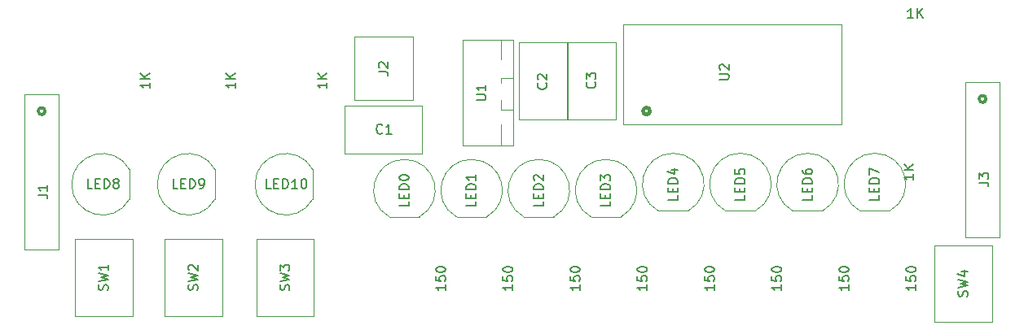
<source format=gbr>
G04 #@! TF.FileFunction,Other,Fab,Top*
%FSLAX46Y46*%
G04 Gerber Fmt 4.6, Leading zero omitted, Abs format (unit mm)*
G04 Created by KiCad (PCBNEW 4.0.1-3.201512221402+6198~38~ubuntu14.04.1-stable) date Mon 29 Aug 2016 05:19:24 PM PDT*
%MOMM*%
G01*
G04 APERTURE LIST*
%ADD10C,0.100000*%
%ADD11C,0.050000*%
%ADD12C,0.400000*%
%ADD13C,0.300000*%
%ADD14C,0.150000*%
G04 APERTURE END LIST*
D10*
D11*
X70586249Y-102226060D02*
G75*
G02X70588000Y-99122900I-2798249J1553160D01*
G01*
X70588000Y-102222900D02*
X70588000Y-99122900D01*
X79476249Y-102226060D02*
G75*
G02X79478000Y-99122900I-2798249J1553160D01*
G01*
X79478000Y-102222900D02*
X79478000Y-99122900D01*
X89636249Y-102226060D02*
G75*
G02X89638000Y-99122900I-2798249J1553160D01*
G01*
X89638000Y-102222900D02*
X89638000Y-99122900D01*
X97616068Y-104076149D02*
G75*
G02X100719228Y-104077900I1553160J2798249D01*
G01*
X97619228Y-104077900D02*
X100719228Y-104077900D01*
X104601068Y-104076149D02*
G75*
G02X107704228Y-104077900I1553160J2798249D01*
G01*
X104604228Y-104077900D02*
X107704228Y-104077900D01*
X111586068Y-104076149D02*
G75*
G02X114689228Y-104077900I1553160J2798249D01*
G01*
X111589228Y-104077900D02*
X114689228Y-104077900D01*
X118571068Y-104076149D02*
G75*
G02X121674228Y-104077900I1553160J2798249D01*
G01*
X118574228Y-104077900D02*
X121674228Y-104077900D01*
X125556068Y-103441149D02*
G75*
G02X128659228Y-103442900I1553160J2798249D01*
G01*
X125559228Y-103442900D02*
X128659228Y-103442900D01*
X139526068Y-103441149D02*
G75*
G02X142629228Y-103442900I1553160J2798249D01*
G01*
X139529228Y-103442900D02*
X142629228Y-103442900D01*
X146511068Y-103441149D02*
G75*
G02X149614228Y-103442900I1553160J2798249D01*
G01*
X146514228Y-103442900D02*
X149614228Y-103442900D01*
D12*
X124692210Y-93052900D02*
G75*
G03X124692210Y-93052900I-359210J0D01*
G01*
D11*
X121883000Y-84052900D02*
X144583000Y-84052900D01*
X144583000Y-94452900D02*
X144583000Y-84052900D01*
X121883000Y-94452900D02*
X144583000Y-94452900D01*
X121883000Y-94452900D02*
X121883000Y-84052900D01*
X109188000Y-87647900D02*
X109188000Y-85647900D01*
X109188000Y-89647900D02*
X110438000Y-89647900D01*
X109188000Y-90147900D02*
X109188000Y-89647900D01*
X109188000Y-92897900D02*
X110438000Y-92897900D01*
X109188000Y-92897900D02*
X109188000Y-91897900D01*
X109188000Y-96647900D02*
X109188000Y-94397900D01*
X110188000Y-96647900D02*
X110438000Y-96647900D01*
X110438000Y-96647900D02*
X110438000Y-85647900D01*
X105188000Y-85647900D02*
X110438000Y-85647900D01*
X105188000Y-96647900D02*
X105188000Y-85647900D01*
X105438000Y-96647900D02*
X105188000Y-96647900D01*
X110188000Y-96647900D02*
X105438000Y-96647900D01*
X154258000Y-115007900D02*
X160258000Y-115007900D01*
X154258000Y-107007900D02*
X154258000Y-115007900D01*
X160258000Y-107007900D02*
X154258000Y-107007900D01*
X160258000Y-115007900D02*
X160258000Y-107007900D01*
X89773000Y-106372900D02*
X83773000Y-106372900D01*
X89773000Y-114372900D02*
X89773000Y-106372900D01*
X83773000Y-114372900D02*
X89773000Y-114372900D01*
X83773000Y-106372900D02*
X83773000Y-114372900D01*
X80248000Y-106372900D02*
X74248000Y-106372900D01*
X80248000Y-114372900D02*
X80248000Y-106372900D01*
X74248000Y-114372900D02*
X80248000Y-114372900D01*
X74248000Y-106372900D02*
X74248000Y-114372900D01*
X70913000Y-106372900D02*
X64913000Y-106372900D01*
X70913000Y-114372900D02*
X70913000Y-106372900D01*
X64913000Y-114372900D02*
X70913000Y-114372900D01*
X64913000Y-106372900D02*
X64913000Y-114372900D01*
D13*
X159617210Y-91782900D02*
G75*
G03X159617210Y-91782900I-359210J0D01*
G01*
D11*
X157508000Y-90032900D02*
X157508000Y-106232900D01*
X157498000Y-90042900D02*
X160998000Y-90042900D01*
X160988000Y-90022900D02*
X160988000Y-106222900D01*
X157488000Y-106212900D02*
X160988000Y-106212900D01*
X100048000Y-85307900D02*
X100040440Y-91907900D01*
X100048000Y-85307900D02*
X93998000Y-85307900D01*
X100048000Y-91907900D02*
X93998000Y-91907900D01*
X93998000Y-85307900D02*
X93998000Y-91907900D01*
D13*
X61827210Y-93052900D02*
G75*
G03X61827210Y-93052900I-359210J0D01*
G01*
D11*
X59718000Y-91302900D02*
X59718000Y-107502900D01*
X59708000Y-91312900D02*
X63208000Y-91312900D01*
X63198000Y-91292900D02*
X63198000Y-107492900D01*
X59698000Y-107482900D02*
X63198000Y-107482900D01*
X121118000Y-85917900D02*
X121118000Y-93917900D01*
X116118000Y-85917900D02*
X121118000Y-85917900D01*
X116118000Y-93917900D02*
X116118000Y-85917900D01*
X121118000Y-93917900D02*
X116118000Y-93917900D01*
X111038000Y-93917900D02*
X111038000Y-85917900D01*
X116038000Y-93917900D02*
X111038000Y-93917900D01*
X116038000Y-85917900D02*
X116038000Y-93917900D01*
X111038000Y-85917900D02*
X116038000Y-85917900D01*
X132541068Y-103441149D02*
G75*
G02X135644228Y-103442900I1553160J2798249D01*
G01*
X132544228Y-103442900D02*
X135644228Y-103442900D01*
X100988000Y-97457900D02*
X92988000Y-97457900D01*
X100988000Y-92457900D02*
X100988000Y-97457900D01*
X92988000Y-92457900D02*
X100988000Y-92457900D01*
X92988000Y-97457900D02*
X92988000Y-92457900D01*
D14*
X66718953Y-101125281D02*
X66242762Y-101125281D01*
X66242762Y-100125281D01*
X67052286Y-100601471D02*
X67385620Y-100601471D01*
X67528477Y-101125281D02*
X67052286Y-101125281D01*
X67052286Y-100125281D01*
X67528477Y-100125281D01*
X67957048Y-101125281D02*
X67957048Y-100125281D01*
X68195143Y-100125281D01*
X68338001Y-100172900D01*
X68433239Y-100268138D01*
X68480858Y-100363376D01*
X68528477Y-100553852D01*
X68528477Y-100696710D01*
X68480858Y-100887186D01*
X68433239Y-100982424D01*
X68338001Y-101077662D01*
X68195143Y-101125281D01*
X67957048Y-101125281D01*
X69099905Y-100553852D02*
X69004667Y-100506233D01*
X68957048Y-100458614D01*
X68909429Y-100363376D01*
X68909429Y-100315757D01*
X68957048Y-100220519D01*
X69004667Y-100172900D01*
X69099905Y-100125281D01*
X69290382Y-100125281D01*
X69385620Y-100172900D01*
X69433239Y-100220519D01*
X69480858Y-100315757D01*
X69480858Y-100363376D01*
X69433239Y-100458614D01*
X69385620Y-100506233D01*
X69290382Y-100553852D01*
X69099905Y-100553852D01*
X69004667Y-100601471D01*
X68957048Y-100649090D01*
X68909429Y-100744329D01*
X68909429Y-100934805D01*
X68957048Y-101030043D01*
X69004667Y-101077662D01*
X69099905Y-101125281D01*
X69290382Y-101125281D01*
X69385620Y-101077662D01*
X69433239Y-101030043D01*
X69480858Y-100934805D01*
X69480858Y-100744329D01*
X69433239Y-100649090D01*
X69385620Y-100601471D01*
X69290382Y-100553852D01*
X75608953Y-101125281D02*
X75132762Y-101125281D01*
X75132762Y-100125281D01*
X75942286Y-100601471D02*
X76275620Y-100601471D01*
X76418477Y-101125281D02*
X75942286Y-101125281D01*
X75942286Y-100125281D01*
X76418477Y-100125281D01*
X76847048Y-101125281D02*
X76847048Y-100125281D01*
X77085143Y-100125281D01*
X77228001Y-100172900D01*
X77323239Y-100268138D01*
X77370858Y-100363376D01*
X77418477Y-100553852D01*
X77418477Y-100696710D01*
X77370858Y-100887186D01*
X77323239Y-100982424D01*
X77228001Y-101077662D01*
X77085143Y-101125281D01*
X76847048Y-101125281D01*
X77894667Y-101125281D02*
X78085143Y-101125281D01*
X78180382Y-101077662D01*
X78228001Y-101030043D01*
X78323239Y-100887186D01*
X78370858Y-100696710D01*
X78370858Y-100315757D01*
X78323239Y-100220519D01*
X78275620Y-100172900D01*
X78180382Y-100125281D01*
X77989905Y-100125281D01*
X77894667Y-100172900D01*
X77847048Y-100220519D01*
X77799429Y-100315757D01*
X77799429Y-100553852D01*
X77847048Y-100649090D01*
X77894667Y-100696710D01*
X77989905Y-100744329D01*
X78180382Y-100744329D01*
X78275620Y-100696710D01*
X78323239Y-100649090D01*
X78370858Y-100553852D01*
X85292762Y-101125281D02*
X84816571Y-101125281D01*
X84816571Y-100125281D01*
X85626095Y-100601471D02*
X85959429Y-100601471D01*
X86102286Y-101125281D02*
X85626095Y-101125281D01*
X85626095Y-100125281D01*
X86102286Y-100125281D01*
X86530857Y-101125281D02*
X86530857Y-100125281D01*
X86768952Y-100125281D01*
X86911810Y-100172900D01*
X87007048Y-100268138D01*
X87054667Y-100363376D01*
X87102286Y-100553852D01*
X87102286Y-100696710D01*
X87054667Y-100887186D01*
X87007048Y-100982424D01*
X86911810Y-101077662D01*
X86768952Y-101125281D01*
X86530857Y-101125281D01*
X88054667Y-101125281D02*
X87483238Y-101125281D01*
X87768952Y-101125281D02*
X87768952Y-100125281D01*
X87673714Y-100268138D01*
X87578476Y-100363376D01*
X87483238Y-100410995D01*
X88673714Y-100125281D02*
X88768953Y-100125281D01*
X88864191Y-100172900D01*
X88911810Y-100220519D01*
X88959429Y-100315757D01*
X89007048Y-100506233D01*
X89007048Y-100744329D01*
X88959429Y-100934805D01*
X88911810Y-101030043D01*
X88864191Y-101077662D01*
X88768953Y-101125281D01*
X88673714Y-101125281D01*
X88578476Y-101077662D01*
X88530857Y-101030043D01*
X88483238Y-100934805D01*
X88435619Y-100744329D01*
X88435619Y-100506233D01*
X88483238Y-100315757D01*
X88530857Y-100220519D01*
X88578476Y-100172900D01*
X88673714Y-100125281D01*
X99621609Y-102446947D02*
X99621609Y-102923138D01*
X98621609Y-102923138D01*
X99097799Y-102113614D02*
X99097799Y-101780280D01*
X99621609Y-101637423D02*
X99621609Y-102113614D01*
X98621609Y-102113614D01*
X98621609Y-101637423D01*
X99621609Y-101208852D02*
X98621609Y-101208852D01*
X98621609Y-100970757D01*
X98669228Y-100827899D01*
X98764466Y-100732661D01*
X98859704Y-100685042D01*
X99050180Y-100637423D01*
X99193038Y-100637423D01*
X99383514Y-100685042D01*
X99478752Y-100732661D01*
X99573990Y-100827899D01*
X99621609Y-100970757D01*
X99621609Y-101208852D01*
X98621609Y-100018376D02*
X98621609Y-99923137D01*
X98669228Y-99827899D01*
X98716847Y-99780280D01*
X98812085Y-99732661D01*
X99002561Y-99685042D01*
X99240657Y-99685042D01*
X99431133Y-99732661D01*
X99526371Y-99780280D01*
X99573990Y-99827899D01*
X99621609Y-99923137D01*
X99621609Y-100018376D01*
X99573990Y-100113614D01*
X99526371Y-100161233D01*
X99431133Y-100208852D01*
X99240657Y-100256471D01*
X99002561Y-100256471D01*
X98812085Y-100208852D01*
X98716847Y-100161233D01*
X98669228Y-100113614D01*
X98621609Y-100018376D01*
X106606609Y-102446947D02*
X106606609Y-102923138D01*
X105606609Y-102923138D01*
X106082799Y-102113614D02*
X106082799Y-101780280D01*
X106606609Y-101637423D02*
X106606609Y-102113614D01*
X105606609Y-102113614D01*
X105606609Y-101637423D01*
X106606609Y-101208852D02*
X105606609Y-101208852D01*
X105606609Y-100970757D01*
X105654228Y-100827899D01*
X105749466Y-100732661D01*
X105844704Y-100685042D01*
X106035180Y-100637423D01*
X106178038Y-100637423D01*
X106368514Y-100685042D01*
X106463752Y-100732661D01*
X106558990Y-100827899D01*
X106606609Y-100970757D01*
X106606609Y-101208852D01*
X106606609Y-99685042D02*
X106606609Y-100256471D01*
X106606609Y-99970757D02*
X105606609Y-99970757D01*
X105749466Y-100065995D01*
X105844704Y-100161233D01*
X105892323Y-100256471D01*
X113591609Y-102446947D02*
X113591609Y-102923138D01*
X112591609Y-102923138D01*
X113067799Y-102113614D02*
X113067799Y-101780280D01*
X113591609Y-101637423D02*
X113591609Y-102113614D01*
X112591609Y-102113614D01*
X112591609Y-101637423D01*
X113591609Y-101208852D02*
X112591609Y-101208852D01*
X112591609Y-100970757D01*
X112639228Y-100827899D01*
X112734466Y-100732661D01*
X112829704Y-100685042D01*
X113020180Y-100637423D01*
X113163038Y-100637423D01*
X113353514Y-100685042D01*
X113448752Y-100732661D01*
X113543990Y-100827899D01*
X113591609Y-100970757D01*
X113591609Y-101208852D01*
X112686847Y-100256471D02*
X112639228Y-100208852D01*
X112591609Y-100113614D01*
X112591609Y-99875518D01*
X112639228Y-99780280D01*
X112686847Y-99732661D01*
X112782085Y-99685042D01*
X112877323Y-99685042D01*
X113020180Y-99732661D01*
X113591609Y-100304090D01*
X113591609Y-99685042D01*
X120576609Y-102446947D02*
X120576609Y-102923138D01*
X119576609Y-102923138D01*
X120052799Y-102113614D02*
X120052799Y-101780280D01*
X120576609Y-101637423D02*
X120576609Y-102113614D01*
X119576609Y-102113614D01*
X119576609Y-101637423D01*
X120576609Y-101208852D02*
X119576609Y-101208852D01*
X119576609Y-100970757D01*
X119624228Y-100827899D01*
X119719466Y-100732661D01*
X119814704Y-100685042D01*
X120005180Y-100637423D01*
X120148038Y-100637423D01*
X120338514Y-100685042D01*
X120433752Y-100732661D01*
X120528990Y-100827899D01*
X120576609Y-100970757D01*
X120576609Y-101208852D01*
X119576609Y-100304090D02*
X119576609Y-99685042D01*
X119957561Y-100018376D01*
X119957561Y-99875518D01*
X120005180Y-99780280D01*
X120052799Y-99732661D01*
X120148038Y-99685042D01*
X120386133Y-99685042D01*
X120481371Y-99732661D01*
X120528990Y-99780280D01*
X120576609Y-99875518D01*
X120576609Y-100161233D01*
X120528990Y-100256471D01*
X120481371Y-100304090D01*
X127561609Y-101811947D02*
X127561609Y-102288138D01*
X126561609Y-102288138D01*
X127037799Y-101478614D02*
X127037799Y-101145280D01*
X127561609Y-101002423D02*
X127561609Y-101478614D01*
X126561609Y-101478614D01*
X126561609Y-101002423D01*
X127561609Y-100573852D02*
X126561609Y-100573852D01*
X126561609Y-100335757D01*
X126609228Y-100192899D01*
X126704466Y-100097661D01*
X126799704Y-100050042D01*
X126990180Y-100002423D01*
X127133038Y-100002423D01*
X127323514Y-100050042D01*
X127418752Y-100097661D01*
X127513990Y-100192899D01*
X127561609Y-100335757D01*
X127561609Y-100573852D01*
X126894942Y-99145280D02*
X127561609Y-99145280D01*
X126513990Y-99383376D02*
X127228276Y-99621471D01*
X127228276Y-99002423D01*
X141531609Y-101811947D02*
X141531609Y-102288138D01*
X140531609Y-102288138D01*
X141007799Y-101478614D02*
X141007799Y-101145280D01*
X141531609Y-101002423D02*
X141531609Y-101478614D01*
X140531609Y-101478614D01*
X140531609Y-101002423D01*
X141531609Y-100573852D02*
X140531609Y-100573852D01*
X140531609Y-100335757D01*
X140579228Y-100192899D01*
X140674466Y-100097661D01*
X140769704Y-100050042D01*
X140960180Y-100002423D01*
X141103038Y-100002423D01*
X141293514Y-100050042D01*
X141388752Y-100097661D01*
X141483990Y-100192899D01*
X141531609Y-100335757D01*
X141531609Y-100573852D01*
X140531609Y-99145280D02*
X140531609Y-99335757D01*
X140579228Y-99430995D01*
X140626847Y-99478614D01*
X140769704Y-99573852D01*
X140960180Y-99621471D01*
X141341133Y-99621471D01*
X141436371Y-99573852D01*
X141483990Y-99526233D01*
X141531609Y-99430995D01*
X141531609Y-99240518D01*
X141483990Y-99145280D01*
X141436371Y-99097661D01*
X141341133Y-99050042D01*
X141103038Y-99050042D01*
X141007799Y-99097661D01*
X140960180Y-99145280D01*
X140912561Y-99240518D01*
X140912561Y-99430995D01*
X140960180Y-99526233D01*
X141007799Y-99573852D01*
X141103038Y-99621471D01*
X148516609Y-101811947D02*
X148516609Y-102288138D01*
X147516609Y-102288138D01*
X147992799Y-101478614D02*
X147992799Y-101145280D01*
X148516609Y-101002423D02*
X148516609Y-101478614D01*
X147516609Y-101478614D01*
X147516609Y-101002423D01*
X148516609Y-100573852D02*
X147516609Y-100573852D01*
X147516609Y-100335757D01*
X147564228Y-100192899D01*
X147659466Y-100097661D01*
X147754704Y-100050042D01*
X147945180Y-100002423D01*
X148088038Y-100002423D01*
X148278514Y-100050042D01*
X148373752Y-100097661D01*
X148468990Y-100192899D01*
X148516609Y-100335757D01*
X148516609Y-100573852D01*
X147516609Y-99669090D02*
X147516609Y-99002423D01*
X148516609Y-99430995D01*
X131913381Y-89750805D02*
X132722905Y-89750805D01*
X132818143Y-89703186D01*
X132865762Y-89655567D01*
X132913381Y-89560329D01*
X132913381Y-89369852D01*
X132865762Y-89274614D01*
X132818143Y-89226995D01*
X132722905Y-89179376D01*
X131913381Y-89179376D01*
X132008619Y-88750805D02*
X131961000Y-88703186D01*
X131913381Y-88607948D01*
X131913381Y-88369852D01*
X131961000Y-88274614D01*
X132008619Y-88226995D01*
X132103857Y-88179376D01*
X132199095Y-88179376D01*
X132341952Y-88226995D01*
X132913381Y-88798424D01*
X132913381Y-88179376D01*
X106640381Y-91909805D02*
X107449905Y-91909805D01*
X107545143Y-91862186D01*
X107592762Y-91814567D01*
X107640381Y-91719329D01*
X107640381Y-91528852D01*
X107592762Y-91433614D01*
X107545143Y-91385995D01*
X107449905Y-91338376D01*
X106640381Y-91338376D01*
X107640381Y-90338376D02*
X107640381Y-90909805D01*
X107640381Y-90624091D02*
X106640381Y-90624091D01*
X106783238Y-90719329D01*
X106878476Y-90814567D01*
X106926095Y-90909805D01*
X157662762Y-112341233D02*
X157710381Y-112198376D01*
X157710381Y-111960280D01*
X157662762Y-111865042D01*
X157615143Y-111817423D01*
X157519905Y-111769804D01*
X157424667Y-111769804D01*
X157329429Y-111817423D01*
X157281810Y-111865042D01*
X157234190Y-111960280D01*
X157186571Y-112150757D01*
X157138952Y-112245995D01*
X157091333Y-112293614D01*
X156996095Y-112341233D01*
X156900857Y-112341233D01*
X156805619Y-112293614D01*
X156758000Y-112245995D01*
X156710381Y-112150757D01*
X156710381Y-111912661D01*
X156758000Y-111769804D01*
X156710381Y-111436471D02*
X157710381Y-111198376D01*
X156996095Y-111007899D01*
X157710381Y-110817423D01*
X156710381Y-110579328D01*
X157043714Y-109769804D02*
X157710381Y-109769804D01*
X156662762Y-110007900D02*
X157377048Y-110245995D01*
X157377048Y-109626947D01*
X87177762Y-111706233D02*
X87225381Y-111563376D01*
X87225381Y-111325280D01*
X87177762Y-111230042D01*
X87130143Y-111182423D01*
X87034905Y-111134804D01*
X86939667Y-111134804D01*
X86844429Y-111182423D01*
X86796810Y-111230042D01*
X86749190Y-111325280D01*
X86701571Y-111515757D01*
X86653952Y-111610995D01*
X86606333Y-111658614D01*
X86511095Y-111706233D01*
X86415857Y-111706233D01*
X86320619Y-111658614D01*
X86273000Y-111610995D01*
X86225381Y-111515757D01*
X86225381Y-111277661D01*
X86273000Y-111134804D01*
X86225381Y-110801471D02*
X87225381Y-110563376D01*
X86511095Y-110372899D01*
X87225381Y-110182423D01*
X86225381Y-109944328D01*
X86225381Y-109658614D02*
X86225381Y-109039566D01*
X86606333Y-109372900D01*
X86606333Y-109230042D01*
X86653952Y-109134804D01*
X86701571Y-109087185D01*
X86796810Y-109039566D01*
X87034905Y-109039566D01*
X87130143Y-109087185D01*
X87177762Y-109134804D01*
X87225381Y-109230042D01*
X87225381Y-109515757D01*
X87177762Y-109610995D01*
X87130143Y-109658614D01*
X77652762Y-111706233D02*
X77700381Y-111563376D01*
X77700381Y-111325280D01*
X77652762Y-111230042D01*
X77605143Y-111182423D01*
X77509905Y-111134804D01*
X77414667Y-111134804D01*
X77319429Y-111182423D01*
X77271810Y-111230042D01*
X77224190Y-111325280D01*
X77176571Y-111515757D01*
X77128952Y-111610995D01*
X77081333Y-111658614D01*
X76986095Y-111706233D01*
X76890857Y-111706233D01*
X76795619Y-111658614D01*
X76748000Y-111610995D01*
X76700381Y-111515757D01*
X76700381Y-111277661D01*
X76748000Y-111134804D01*
X76700381Y-110801471D02*
X77700381Y-110563376D01*
X76986095Y-110372899D01*
X77700381Y-110182423D01*
X76700381Y-109944328D01*
X76795619Y-109610995D02*
X76748000Y-109563376D01*
X76700381Y-109468138D01*
X76700381Y-109230042D01*
X76748000Y-109134804D01*
X76795619Y-109087185D01*
X76890857Y-109039566D01*
X76986095Y-109039566D01*
X77128952Y-109087185D01*
X77700381Y-109658614D01*
X77700381Y-109039566D01*
X68317762Y-111706233D02*
X68365381Y-111563376D01*
X68365381Y-111325280D01*
X68317762Y-111230042D01*
X68270143Y-111182423D01*
X68174905Y-111134804D01*
X68079667Y-111134804D01*
X67984429Y-111182423D01*
X67936810Y-111230042D01*
X67889190Y-111325280D01*
X67841571Y-111515757D01*
X67793952Y-111610995D01*
X67746333Y-111658614D01*
X67651095Y-111706233D01*
X67555857Y-111706233D01*
X67460619Y-111658614D01*
X67413000Y-111610995D01*
X67365381Y-111515757D01*
X67365381Y-111277661D01*
X67413000Y-111134804D01*
X67365381Y-110801471D02*
X68365381Y-110563376D01*
X67651095Y-110372899D01*
X68365381Y-110182423D01*
X67365381Y-109944328D01*
X68365381Y-109039566D02*
X68365381Y-109610995D01*
X68365381Y-109325281D02*
X67365381Y-109325281D01*
X67508238Y-109420519D01*
X67603476Y-109515757D01*
X67651095Y-109610995D01*
X152090381Y-99617185D02*
X152090381Y-100188614D01*
X152090381Y-99902900D02*
X151090381Y-99902900D01*
X151233238Y-99998138D01*
X151328476Y-100093376D01*
X151376095Y-100188614D01*
X152090381Y-99188614D02*
X151090381Y-99188614D01*
X152090381Y-98617185D02*
X151518952Y-99045757D01*
X151090381Y-98617185D02*
X151661810Y-99188614D01*
X152058715Y-83345281D02*
X151487286Y-83345281D01*
X151773000Y-83345281D02*
X151773000Y-82345281D01*
X151677762Y-82488138D01*
X151582524Y-82583376D01*
X151487286Y-82630995D01*
X152487286Y-83345281D02*
X152487286Y-82345281D01*
X153058715Y-83345281D02*
X152630143Y-82773852D01*
X153058715Y-82345281D02*
X152487286Y-82916710D01*
X91130381Y-90092185D02*
X91130381Y-90663614D01*
X91130381Y-90377900D02*
X90130381Y-90377900D01*
X90273238Y-90473138D01*
X90368476Y-90568376D01*
X90416095Y-90663614D01*
X91130381Y-89663614D02*
X90130381Y-89663614D01*
X91130381Y-89092185D02*
X90558952Y-89520757D01*
X90130381Y-89092185D02*
X90701810Y-89663614D01*
X81605381Y-90092185D02*
X81605381Y-90663614D01*
X81605381Y-90377900D02*
X80605381Y-90377900D01*
X80748238Y-90473138D01*
X80843476Y-90568376D01*
X80891095Y-90663614D01*
X81605381Y-89663614D02*
X80605381Y-89663614D01*
X81605381Y-89092185D02*
X81033952Y-89520757D01*
X80605381Y-89092185D02*
X81176810Y-89663614D01*
X72715381Y-90092185D02*
X72715381Y-90663614D01*
X72715381Y-90377900D02*
X71715381Y-90377900D01*
X71858238Y-90473138D01*
X71953476Y-90568376D01*
X72001095Y-90663614D01*
X72715381Y-89663614D02*
X71715381Y-89663614D01*
X72715381Y-89092185D02*
X72143952Y-89520757D01*
X71715381Y-89092185D02*
X72286810Y-89663614D01*
X152326609Y-111153602D02*
X152326609Y-111725031D01*
X152326609Y-111439317D02*
X151326609Y-111439317D01*
X151469466Y-111534555D01*
X151564704Y-111629793D01*
X151612323Y-111725031D01*
X151326609Y-110248840D02*
X151326609Y-110725031D01*
X151802799Y-110772650D01*
X151755180Y-110725031D01*
X151707561Y-110629793D01*
X151707561Y-110391697D01*
X151755180Y-110296459D01*
X151802799Y-110248840D01*
X151898038Y-110201221D01*
X152136133Y-110201221D01*
X152231371Y-110248840D01*
X152278990Y-110296459D01*
X152326609Y-110391697D01*
X152326609Y-110629793D01*
X152278990Y-110725031D01*
X152231371Y-110772650D01*
X151326609Y-109582174D02*
X151326609Y-109486935D01*
X151374228Y-109391697D01*
X151421847Y-109344078D01*
X151517085Y-109296459D01*
X151707561Y-109248840D01*
X151945657Y-109248840D01*
X152136133Y-109296459D01*
X152231371Y-109344078D01*
X152278990Y-109391697D01*
X152326609Y-109486935D01*
X152326609Y-109582174D01*
X152278990Y-109677412D01*
X152231371Y-109725031D01*
X152136133Y-109772650D01*
X151945657Y-109820269D01*
X151707561Y-109820269D01*
X151517085Y-109772650D01*
X151421847Y-109725031D01*
X151374228Y-109677412D01*
X151326609Y-109582174D01*
X145341609Y-111153602D02*
X145341609Y-111725031D01*
X145341609Y-111439317D02*
X144341609Y-111439317D01*
X144484466Y-111534555D01*
X144579704Y-111629793D01*
X144627323Y-111725031D01*
X144341609Y-110248840D02*
X144341609Y-110725031D01*
X144817799Y-110772650D01*
X144770180Y-110725031D01*
X144722561Y-110629793D01*
X144722561Y-110391697D01*
X144770180Y-110296459D01*
X144817799Y-110248840D01*
X144913038Y-110201221D01*
X145151133Y-110201221D01*
X145246371Y-110248840D01*
X145293990Y-110296459D01*
X145341609Y-110391697D01*
X145341609Y-110629793D01*
X145293990Y-110725031D01*
X145246371Y-110772650D01*
X144341609Y-109582174D02*
X144341609Y-109486935D01*
X144389228Y-109391697D01*
X144436847Y-109344078D01*
X144532085Y-109296459D01*
X144722561Y-109248840D01*
X144960657Y-109248840D01*
X145151133Y-109296459D01*
X145246371Y-109344078D01*
X145293990Y-109391697D01*
X145341609Y-109486935D01*
X145341609Y-109582174D01*
X145293990Y-109677412D01*
X145246371Y-109725031D01*
X145151133Y-109772650D01*
X144960657Y-109820269D01*
X144722561Y-109820269D01*
X144532085Y-109772650D01*
X144436847Y-109725031D01*
X144389228Y-109677412D01*
X144341609Y-109582174D01*
X138356609Y-111153602D02*
X138356609Y-111725031D01*
X138356609Y-111439317D02*
X137356609Y-111439317D01*
X137499466Y-111534555D01*
X137594704Y-111629793D01*
X137642323Y-111725031D01*
X137356609Y-110248840D02*
X137356609Y-110725031D01*
X137832799Y-110772650D01*
X137785180Y-110725031D01*
X137737561Y-110629793D01*
X137737561Y-110391697D01*
X137785180Y-110296459D01*
X137832799Y-110248840D01*
X137928038Y-110201221D01*
X138166133Y-110201221D01*
X138261371Y-110248840D01*
X138308990Y-110296459D01*
X138356609Y-110391697D01*
X138356609Y-110629793D01*
X138308990Y-110725031D01*
X138261371Y-110772650D01*
X137356609Y-109582174D02*
X137356609Y-109486935D01*
X137404228Y-109391697D01*
X137451847Y-109344078D01*
X137547085Y-109296459D01*
X137737561Y-109248840D01*
X137975657Y-109248840D01*
X138166133Y-109296459D01*
X138261371Y-109344078D01*
X138308990Y-109391697D01*
X138356609Y-109486935D01*
X138356609Y-109582174D01*
X138308990Y-109677412D01*
X138261371Y-109725031D01*
X138166133Y-109772650D01*
X137975657Y-109820269D01*
X137737561Y-109820269D01*
X137547085Y-109772650D01*
X137451847Y-109725031D01*
X137404228Y-109677412D01*
X137356609Y-109582174D01*
X131371609Y-111153602D02*
X131371609Y-111725031D01*
X131371609Y-111439317D02*
X130371609Y-111439317D01*
X130514466Y-111534555D01*
X130609704Y-111629793D01*
X130657323Y-111725031D01*
X130371609Y-110248840D02*
X130371609Y-110725031D01*
X130847799Y-110772650D01*
X130800180Y-110725031D01*
X130752561Y-110629793D01*
X130752561Y-110391697D01*
X130800180Y-110296459D01*
X130847799Y-110248840D01*
X130943038Y-110201221D01*
X131181133Y-110201221D01*
X131276371Y-110248840D01*
X131323990Y-110296459D01*
X131371609Y-110391697D01*
X131371609Y-110629793D01*
X131323990Y-110725031D01*
X131276371Y-110772650D01*
X130371609Y-109582174D02*
X130371609Y-109486935D01*
X130419228Y-109391697D01*
X130466847Y-109344078D01*
X130562085Y-109296459D01*
X130752561Y-109248840D01*
X130990657Y-109248840D01*
X131181133Y-109296459D01*
X131276371Y-109344078D01*
X131323990Y-109391697D01*
X131371609Y-109486935D01*
X131371609Y-109582174D01*
X131323990Y-109677412D01*
X131276371Y-109725031D01*
X131181133Y-109772650D01*
X130990657Y-109820269D01*
X130752561Y-109820269D01*
X130562085Y-109772650D01*
X130466847Y-109725031D01*
X130419228Y-109677412D01*
X130371609Y-109582174D01*
X124386609Y-111153602D02*
X124386609Y-111725031D01*
X124386609Y-111439317D02*
X123386609Y-111439317D01*
X123529466Y-111534555D01*
X123624704Y-111629793D01*
X123672323Y-111725031D01*
X123386609Y-110248840D02*
X123386609Y-110725031D01*
X123862799Y-110772650D01*
X123815180Y-110725031D01*
X123767561Y-110629793D01*
X123767561Y-110391697D01*
X123815180Y-110296459D01*
X123862799Y-110248840D01*
X123958038Y-110201221D01*
X124196133Y-110201221D01*
X124291371Y-110248840D01*
X124338990Y-110296459D01*
X124386609Y-110391697D01*
X124386609Y-110629793D01*
X124338990Y-110725031D01*
X124291371Y-110772650D01*
X123386609Y-109582174D02*
X123386609Y-109486935D01*
X123434228Y-109391697D01*
X123481847Y-109344078D01*
X123577085Y-109296459D01*
X123767561Y-109248840D01*
X124005657Y-109248840D01*
X124196133Y-109296459D01*
X124291371Y-109344078D01*
X124338990Y-109391697D01*
X124386609Y-109486935D01*
X124386609Y-109582174D01*
X124338990Y-109677412D01*
X124291371Y-109725031D01*
X124196133Y-109772650D01*
X124005657Y-109820269D01*
X123767561Y-109820269D01*
X123577085Y-109772650D01*
X123481847Y-109725031D01*
X123434228Y-109677412D01*
X123386609Y-109582174D01*
X117401609Y-111153602D02*
X117401609Y-111725031D01*
X117401609Y-111439317D02*
X116401609Y-111439317D01*
X116544466Y-111534555D01*
X116639704Y-111629793D01*
X116687323Y-111725031D01*
X116401609Y-110248840D02*
X116401609Y-110725031D01*
X116877799Y-110772650D01*
X116830180Y-110725031D01*
X116782561Y-110629793D01*
X116782561Y-110391697D01*
X116830180Y-110296459D01*
X116877799Y-110248840D01*
X116973038Y-110201221D01*
X117211133Y-110201221D01*
X117306371Y-110248840D01*
X117353990Y-110296459D01*
X117401609Y-110391697D01*
X117401609Y-110629793D01*
X117353990Y-110725031D01*
X117306371Y-110772650D01*
X116401609Y-109582174D02*
X116401609Y-109486935D01*
X116449228Y-109391697D01*
X116496847Y-109344078D01*
X116592085Y-109296459D01*
X116782561Y-109248840D01*
X117020657Y-109248840D01*
X117211133Y-109296459D01*
X117306371Y-109344078D01*
X117353990Y-109391697D01*
X117401609Y-109486935D01*
X117401609Y-109582174D01*
X117353990Y-109677412D01*
X117306371Y-109725031D01*
X117211133Y-109772650D01*
X117020657Y-109820269D01*
X116782561Y-109820269D01*
X116592085Y-109772650D01*
X116496847Y-109725031D01*
X116449228Y-109677412D01*
X116401609Y-109582174D01*
X110416609Y-111153602D02*
X110416609Y-111725031D01*
X110416609Y-111439317D02*
X109416609Y-111439317D01*
X109559466Y-111534555D01*
X109654704Y-111629793D01*
X109702323Y-111725031D01*
X109416609Y-110248840D02*
X109416609Y-110725031D01*
X109892799Y-110772650D01*
X109845180Y-110725031D01*
X109797561Y-110629793D01*
X109797561Y-110391697D01*
X109845180Y-110296459D01*
X109892799Y-110248840D01*
X109988038Y-110201221D01*
X110226133Y-110201221D01*
X110321371Y-110248840D01*
X110368990Y-110296459D01*
X110416609Y-110391697D01*
X110416609Y-110629793D01*
X110368990Y-110725031D01*
X110321371Y-110772650D01*
X109416609Y-109582174D02*
X109416609Y-109486935D01*
X109464228Y-109391697D01*
X109511847Y-109344078D01*
X109607085Y-109296459D01*
X109797561Y-109248840D01*
X110035657Y-109248840D01*
X110226133Y-109296459D01*
X110321371Y-109344078D01*
X110368990Y-109391697D01*
X110416609Y-109486935D01*
X110416609Y-109582174D01*
X110368990Y-109677412D01*
X110321371Y-109725031D01*
X110226133Y-109772650D01*
X110035657Y-109820269D01*
X109797561Y-109820269D01*
X109607085Y-109772650D01*
X109511847Y-109725031D01*
X109464228Y-109677412D01*
X109416609Y-109582174D01*
X103431609Y-111153602D02*
X103431609Y-111725031D01*
X103431609Y-111439317D02*
X102431609Y-111439317D01*
X102574466Y-111534555D01*
X102669704Y-111629793D01*
X102717323Y-111725031D01*
X102431609Y-110248840D02*
X102431609Y-110725031D01*
X102907799Y-110772650D01*
X102860180Y-110725031D01*
X102812561Y-110629793D01*
X102812561Y-110391697D01*
X102860180Y-110296459D01*
X102907799Y-110248840D01*
X103003038Y-110201221D01*
X103241133Y-110201221D01*
X103336371Y-110248840D01*
X103383990Y-110296459D01*
X103431609Y-110391697D01*
X103431609Y-110629793D01*
X103383990Y-110725031D01*
X103336371Y-110772650D01*
X102431609Y-109582174D02*
X102431609Y-109486935D01*
X102479228Y-109391697D01*
X102526847Y-109344078D01*
X102622085Y-109296459D01*
X102812561Y-109248840D01*
X103050657Y-109248840D01*
X103241133Y-109296459D01*
X103336371Y-109344078D01*
X103383990Y-109391697D01*
X103431609Y-109486935D01*
X103431609Y-109582174D01*
X103383990Y-109677412D01*
X103336371Y-109725031D01*
X103241133Y-109772650D01*
X103050657Y-109820269D01*
X102812561Y-109820269D01*
X102622085Y-109772650D01*
X102526847Y-109725031D01*
X102479228Y-109677412D01*
X102431609Y-109582174D01*
X158880381Y-100506233D02*
X159594667Y-100506233D01*
X159737524Y-100553853D01*
X159832762Y-100649091D01*
X159880381Y-100791948D01*
X159880381Y-100887186D01*
X158880381Y-100125281D02*
X158880381Y-99506233D01*
X159261333Y-99839567D01*
X159261333Y-99696709D01*
X159308952Y-99601471D01*
X159356571Y-99553852D01*
X159451810Y-99506233D01*
X159689905Y-99506233D01*
X159785143Y-99553852D01*
X159832762Y-99601471D01*
X159880381Y-99696709D01*
X159880381Y-99982424D01*
X159832762Y-100077662D01*
X159785143Y-100125281D01*
X96480381Y-88941233D02*
X97194667Y-88941233D01*
X97337524Y-88988853D01*
X97432762Y-89084091D01*
X97480381Y-89226948D01*
X97480381Y-89322186D01*
X96575619Y-88512662D02*
X96528000Y-88465043D01*
X96480381Y-88369805D01*
X96480381Y-88131709D01*
X96528000Y-88036471D01*
X96575619Y-87988852D01*
X96670857Y-87941233D01*
X96766095Y-87941233D01*
X96908952Y-87988852D01*
X97480381Y-88560281D01*
X97480381Y-87941233D01*
X61090381Y-101776233D02*
X61804667Y-101776233D01*
X61947524Y-101823853D01*
X62042762Y-101919091D01*
X62090381Y-102061948D01*
X62090381Y-102157186D01*
X62090381Y-100776233D02*
X62090381Y-101347662D01*
X62090381Y-101061948D02*
X61090381Y-101061948D01*
X61233238Y-101157186D01*
X61328476Y-101252424D01*
X61376095Y-101347662D01*
X118975143Y-90034566D02*
X119022762Y-90082185D01*
X119070381Y-90225042D01*
X119070381Y-90320280D01*
X119022762Y-90463138D01*
X118927524Y-90558376D01*
X118832286Y-90605995D01*
X118641810Y-90653614D01*
X118498952Y-90653614D01*
X118308476Y-90605995D01*
X118213238Y-90558376D01*
X118118000Y-90463138D01*
X118070381Y-90320280D01*
X118070381Y-90225042D01*
X118118000Y-90082185D01*
X118165619Y-90034566D01*
X118070381Y-89701233D02*
X118070381Y-89082185D01*
X118451333Y-89415519D01*
X118451333Y-89272661D01*
X118498952Y-89177423D01*
X118546571Y-89129804D01*
X118641810Y-89082185D01*
X118879905Y-89082185D01*
X118975143Y-89129804D01*
X119022762Y-89177423D01*
X119070381Y-89272661D01*
X119070381Y-89558376D01*
X119022762Y-89653614D01*
X118975143Y-89701233D01*
X113895143Y-90134566D02*
X113942762Y-90182185D01*
X113990381Y-90325042D01*
X113990381Y-90420280D01*
X113942762Y-90563138D01*
X113847524Y-90658376D01*
X113752286Y-90705995D01*
X113561810Y-90753614D01*
X113418952Y-90753614D01*
X113228476Y-90705995D01*
X113133238Y-90658376D01*
X113038000Y-90563138D01*
X112990381Y-90420280D01*
X112990381Y-90325042D01*
X113038000Y-90182185D01*
X113085619Y-90134566D01*
X113085619Y-89753614D02*
X113038000Y-89705995D01*
X112990381Y-89610757D01*
X112990381Y-89372661D01*
X113038000Y-89277423D01*
X113085619Y-89229804D01*
X113180857Y-89182185D01*
X113276095Y-89182185D01*
X113418952Y-89229804D01*
X113990381Y-89801233D01*
X113990381Y-89182185D01*
X134546609Y-101811947D02*
X134546609Y-102288138D01*
X133546609Y-102288138D01*
X134022799Y-101478614D02*
X134022799Y-101145280D01*
X134546609Y-101002423D02*
X134546609Y-101478614D01*
X133546609Y-101478614D01*
X133546609Y-101002423D01*
X134546609Y-100573852D02*
X133546609Y-100573852D01*
X133546609Y-100335757D01*
X133594228Y-100192899D01*
X133689466Y-100097661D01*
X133784704Y-100050042D01*
X133975180Y-100002423D01*
X134118038Y-100002423D01*
X134308514Y-100050042D01*
X134403752Y-100097661D01*
X134498990Y-100192899D01*
X134546609Y-100335757D01*
X134546609Y-100573852D01*
X133546609Y-99097661D02*
X133546609Y-99573852D01*
X134022799Y-99621471D01*
X133975180Y-99573852D01*
X133927561Y-99478614D01*
X133927561Y-99240518D01*
X133975180Y-99145280D01*
X134022799Y-99097661D01*
X134118038Y-99050042D01*
X134356133Y-99050042D01*
X134451371Y-99097661D01*
X134498990Y-99145280D01*
X134546609Y-99240518D01*
X134546609Y-99478614D01*
X134498990Y-99573852D01*
X134451371Y-99621471D01*
X96871334Y-95315043D02*
X96823715Y-95362662D01*
X96680858Y-95410281D01*
X96585620Y-95410281D01*
X96442762Y-95362662D01*
X96347524Y-95267424D01*
X96299905Y-95172186D01*
X96252286Y-94981710D01*
X96252286Y-94838852D01*
X96299905Y-94648376D01*
X96347524Y-94553138D01*
X96442762Y-94457900D01*
X96585620Y-94410281D01*
X96680858Y-94410281D01*
X96823715Y-94457900D01*
X96871334Y-94505519D01*
X97823715Y-95410281D02*
X97252286Y-95410281D01*
X97538000Y-95410281D02*
X97538000Y-94410281D01*
X97442762Y-94553138D01*
X97347524Y-94648376D01*
X97252286Y-94695995D01*
M02*

</source>
